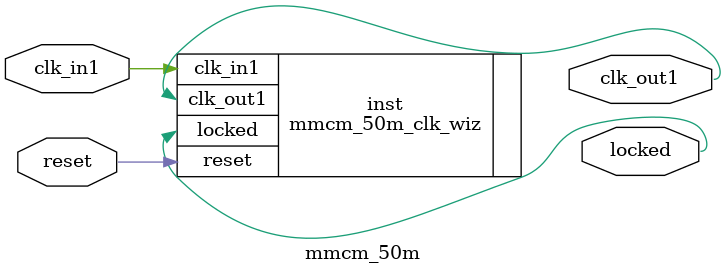
<source format=v>


`timescale 1ps/1ps

(* CORE_GENERATION_INFO = "mmcm_50m,clk_wiz_v6_0_11_0_0,{component_name=mmcm_50m,use_phase_alignment=true,use_min_o_jitter=false,use_max_i_jitter=false,use_dyn_phase_shift=false,use_inclk_switchover=false,use_dyn_reconfig=false,enable_axi=0,feedback_source=FDBK_AUTO,PRIMITIVE=MMCM,num_out_clk=1,clkin1_period=83.333,clkin2_period=10.0,use_power_down=false,use_reset=true,use_locked=true,use_inclk_stopped=false,feedback_type=SINGLE,CLOCK_MGR_TYPE=NA,manual_override=false}" *)

module mmcm_50m 
 (
  // Clock out ports
  output        clk_out1,
  // Status and control signals
  input         reset,
  output        locked,
 // Clock in ports
  input         clk_in1
 );

  mmcm_50m_clk_wiz inst
  (
  // Clock out ports  
  .clk_out1(clk_out1),
  // Status and control signals               
  .reset(reset), 
  .locked(locked),
 // Clock in ports
  .clk_in1(clk_in1)
  );

endmodule

</source>
